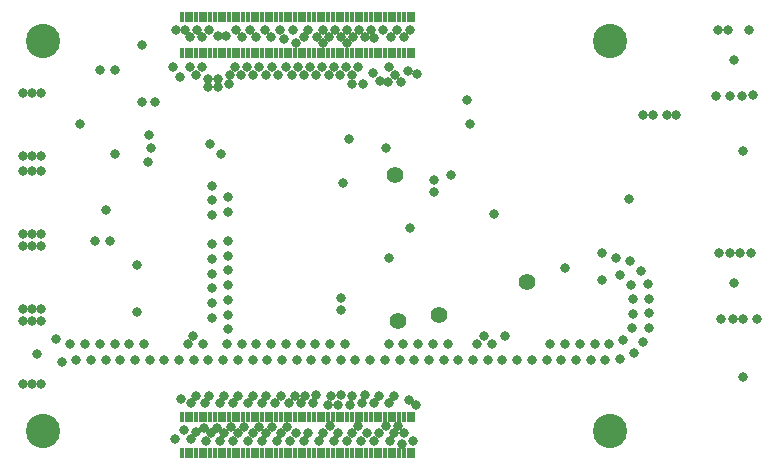
<source format=gbs>
%FSTAX23Y23*%
%MOIN*%
%SFA1B1*%

%IPPOS*%
%ADD44R,0.015870X0.035560*%
%ADD51C,0.114300*%
%ADD52C,0.032000*%
%ADD53C,0.056000*%
%LNtime4cm4_modular-1*%
%LPD*%
G54D44*
X00598Y00062D03*
Y00183D03*
X00614Y00062D03*
Y00183D03*
X00629Y00062D03*
Y00183D03*
X00645Y00062D03*
Y00183D03*
X00661Y00062D03*
Y00183D03*
X00677Y00062D03*
Y00183D03*
X00692Y00062D03*
Y00183D03*
X00708Y00062D03*
Y00183D03*
X00724Y00062D03*
Y00183D03*
X0074Y00062D03*
Y00183D03*
X00755Y00062D03*
Y00183D03*
X00771Y00062D03*
Y00183D03*
X00787Y00062D03*
Y00183D03*
X00803Y00062D03*
Y00183D03*
X00818Y00062D03*
Y00183D03*
X00834Y00062D03*
Y00183D03*
X0085Y00062D03*
Y00183D03*
X00866Y00062D03*
Y00183D03*
X00881Y00062D03*
Y00183D03*
X00897Y00062D03*
Y00183D03*
X00913Y00062D03*
Y00183D03*
X00929Y00062D03*
Y00183D03*
X00944Y00062D03*
Y00183D03*
X0096Y00062D03*
Y00183D03*
X00976Y00062D03*
Y00183D03*
X00992Y00062D03*
Y00183D03*
X01007Y00062D03*
Y00183D03*
X01023Y00062D03*
Y00183D03*
X01039Y00062D03*
Y00183D03*
X01055Y00062D03*
Y00183D03*
X0107Y00062D03*
Y00183D03*
X01086Y00062D03*
Y00183D03*
X01102Y00062D03*
Y00183D03*
X01118Y00062D03*
Y00183D03*
X01133Y00062D03*
Y00183D03*
X01149Y00062D03*
Y00183D03*
X01165Y00062D03*
Y00183D03*
X01181Y00062D03*
Y00183D03*
X01196Y00062D03*
Y00183D03*
X01212Y00062D03*
Y00183D03*
X01228Y00062D03*
Y00183D03*
X01244Y00062D03*
Y00183D03*
X01259Y00062D03*
Y00183D03*
X01275Y00062D03*
Y00183D03*
X01291Y00062D03*
Y00183D03*
X01307Y00062D03*
Y00183D03*
X01322Y00062D03*
Y00183D03*
X01338Y00062D03*
Y00183D03*
X01354Y00062D03*
Y00183D03*
X0137Y00062D03*
Y00183D03*
X00598Y01397D03*
Y01518D03*
X00614Y01397D03*
Y01518D03*
X00629Y01397D03*
Y01518D03*
X00645Y01397D03*
Y01518D03*
X00661Y01397D03*
Y01518D03*
X00677Y01397D03*
Y01518D03*
X00692Y01397D03*
Y01518D03*
X00708Y01397D03*
Y01518D03*
X00724Y01397D03*
Y01518D03*
X0074Y01397D03*
Y01518D03*
X00755Y01397D03*
Y01518D03*
X00771Y01397D03*
Y01518D03*
X00787Y01397D03*
Y01518D03*
X00803Y01397D03*
Y01518D03*
X00818Y01397D03*
Y01518D03*
X00834Y01397D03*
Y01518D03*
X0085Y01397D03*
Y01518D03*
X00866Y01397D03*
Y01518D03*
X00881Y01397D03*
Y01518D03*
X00897Y01397D03*
Y01518D03*
X00913Y01397D03*
Y01518D03*
X00929Y01397D03*
Y01518D03*
X00944Y01397D03*
Y01518D03*
X0096Y01397D03*
Y01518D03*
X00976Y01397D03*
Y01518D03*
X00992Y01397D03*
Y01518D03*
X01007Y01397D03*
Y01518D03*
X01023Y01397D03*
Y01518D03*
X01039Y01397D03*
Y01518D03*
X01055Y01397D03*
Y01518D03*
X0107Y01397D03*
Y01518D03*
X01086Y01397D03*
Y01518D03*
X01102Y01397D03*
Y01518D03*
X01118Y01397D03*
Y01518D03*
X01133Y01397D03*
Y01518D03*
X01149Y01397D03*
Y01518D03*
X01165Y01397D03*
Y01518D03*
X01181Y01397D03*
Y01518D03*
X01196Y01397D03*
Y01518D03*
X01212Y01397D03*
Y01518D03*
X01228Y01397D03*
Y01518D03*
X01244Y01397D03*
Y01518D03*
X01259Y01397D03*
Y01518D03*
X01275Y01397D03*
Y01518D03*
X01291Y01397D03*
Y01518D03*
X01307Y01397D03*
Y01518D03*
X01322Y01397D03*
Y01518D03*
X01338Y01397D03*
Y01518D03*
X01354Y01397D03*
Y01518D03*
X0137Y01397D03*
Y01518D03*
G54D51*
X02027Y01437D03*
X00137Y01437D03*
X02027Y00137D03*
X00137D03*
G54D52*
X00495Y01079D03*
X00698Y00955D03*
Y00906D03*
Y00857D03*
Y00759D03*
Y0071D03*
Y00661D03*
Y00612D03*
Y00563D03*
Y00514D03*
X00668Y00426D03*
X00619D03*
X00472D03*
X00423D03*
X00374D03*
X00325D03*
X00276D03*
X00227D03*
X0018Y00442D03*
X00116Y00393D03*
X00198Y00367D03*
X00246Y00373D03*
X00295D03*
X00344D03*
X00393D03*
X00442D03*
X00491D03*
X0054D03*
X00589D03*
X00638D03*
X00687D03*
X00736D03*
X00785D03*
X00834D03*
X00883D03*
X00932D03*
X00981D03*
X0103D03*
X01079D03*
X01128D03*
X01177D03*
X01226D03*
X01275D03*
X01324D03*
X01373D03*
X01422D03*
X01471D03*
X0152D03*
X01569D03*
X01618D03*
X01667D03*
X01716D03*
X01765D03*
X01814D03*
X01863D03*
X01912D03*
X01961D03*
X0201D03*
X02059Y00377D03*
X02104Y00398D03*
X02137Y00434D03*
X02154Y0048D03*
X02156Y00529D03*
Y00578D03*
X02152Y00626D03*
X0213Y0067D03*
X02092Y00702D03*
X02045Y00713D03*
X01877Y00681D03*
X02059Y00658D03*
X02095Y00625D03*
X02103Y00577D03*
Y00528D03*
X02099Y00479D03*
X0207Y00439D03*
X02023Y00426D03*
X01974D03*
X01925D03*
X01876D03*
X01827D03*
X01631D03*
X01582D03*
X01484D03*
X01435D03*
X01386D03*
X01337D03*
X01288D03*
X01141D03*
X01092D03*
X01043D03*
X00994D03*
X00945D03*
X00896D03*
X00847D03*
X00798D03*
X00749Y00427D03*
X00751Y00476D03*
Y00525D03*
Y00574D03*
Y00623D03*
Y00672D03*
Y00721D03*
Y0077D03*
Y00868D03*
Y00917D03*
X00729Y0106D03*
X00692Y01093D03*
X00718Y01311D03*
X00665Y0135D03*
X00645Y01325D03*
X0115Y0143D03*
X0117Y01451D03*
X01129Y0145D03*
X01049D03*
X0107Y0143D03*
X0109Y0145D03*
X0098Y0143D03*
X00898Y01351D03*
X00945Y0135D03*
X00985D03*
X00855D03*
X00815D03*
X01186D03*
X01381Y01326D03*
X0129Y0135D03*
X0155Y0124D03*
X0239Y0073D03*
X02425D03*
X02501Y01256D03*
X02495Y0073D03*
X01237Y01331D03*
X01201Y01293D03*
X01166Y01292D03*
X0123Y01475D03*
X0124Y01448D03*
X01333Y00095D03*
X01293Y00102D03*
X008Y0145D03*
X00845D03*
X00895D03*
X00593Y01318D03*
X0057Y0135D03*
X01258Y01304D03*
X01352Y01338D03*
X01329Y01301D03*
X01287D03*
X0131Y01325D03*
X0107Y01475D03*
X0132Y00154D03*
X01305Y0013D03*
X0128Y00153D03*
X01185Y00152D03*
X01091D03*
X00949Y00151D03*
X009Y0015D03*
X00855D03*
X0088Y0013D03*
X00807Y0015D03*
X00761Y00149D03*
X00717Y00148D03*
X00672Y00148D03*
X00606Y0014D03*
X00719Y01455D03*
X00746D03*
X00775Y0135D03*
X0076Y01325D03*
X00754Y01295D03*
X00684Y01311D03*
Y01284D03*
X00718D03*
X00795Y01325D03*
X0013Y01263D03*
X001D03*
X0007D03*
Y01053D03*
X001D03*
X0013D03*
Y01005D03*
X001D03*
X0007D03*
Y00795D03*
X001D03*
X0013D03*
Y00755D03*
X001D03*
X0007D03*
Y00545D03*
X001D03*
X0013D03*
X0007Y00295D03*
X001D03*
X0013D03*
X0007Y00505D03*
X001D03*
X0013D03*
X0209Y0091D03*
X02Y0064D03*
Y0073D03*
X01675Y00455D03*
X01605D03*
X0129Y00715D03*
X01495Y0099D03*
X0128Y0108D03*
X00375Y0134D03*
X0031Y0077D03*
X0045Y0069D03*
X00375Y0106D03*
X00485Y01035D03*
X0049Y01125D03*
X0045Y00535D03*
X00325Y0134D03*
X01155Y0111D03*
X0217Y0119D03*
X02135D03*
X02245D03*
X02215D03*
X01005Y01325D03*
X0092D03*
X00965D03*
X01135Y00965D03*
X00465Y01235D03*
Y01425D03*
X0094Y01445D03*
X00665Y01449D03*
X0065Y01474D03*
X0051Y01235D03*
X0088Y01325D03*
X00924Y01475D03*
X0097D03*
X0121Y0145D03*
X0036Y0077D03*
X00635Y00455D03*
X0164Y0086D03*
X0156Y0116D03*
X02468Y00318D03*
X02469Y01069D03*
X02385Y01475D03*
X0242D03*
X0249D03*
X0246Y0073D03*
X02515Y0051D03*
X0136Y00815D03*
X00345Y00875D03*
X0026Y0116D03*
X0134Y0013D03*
X01355Y0024D03*
X01378Y00223D03*
X0116Y00225D03*
X01036Y0023D03*
X01046Y01325D03*
X01165D03*
X0113Y0054D03*
Y0058D03*
X0144Y00935D03*
Y00975D03*
X01239Y00105D03*
X01195D03*
X012Y0023D03*
X0121Y00256D03*
X01044Y00258D03*
X0112Y00225D03*
X0113Y00256D03*
X01087Y00225D03*
X01095Y00255D03*
X00956Y0023D03*
X00996D03*
X0101Y00255D03*
X00835Y0013D03*
X00865Y00105D03*
X0082D03*
X00595Y00245D03*
X0137Y00105D03*
X01255Y0013D03*
X01215D03*
X01165D03*
X0115Y00105D03*
X0112Y0013D03*
X01105Y00105D03*
X0107Y0013D03*
X01055Y00105D03*
X0102Y0013D03*
X01005Y00105D03*
X0098Y0013D03*
X0096Y00105D03*
X0093Y0013D03*
X00915Y00105D03*
X00785Y0013D03*
X0077Y00105D03*
X00725D03*
X0074Y0013D03*
X00695D03*
X0068Y00105D03*
X00645Y00135D03*
X0063Y0011D03*
X00575D03*
X01305Y00255D03*
X0129Y0023D03*
X01255Y00255D03*
X0124Y0023D03*
X01165Y00255D03*
X00975D03*
X0093D03*
X0091Y0023D03*
X0088Y00255D03*
X00865Y0023D03*
X00835Y00255D03*
X0082Y0023D03*
X00785Y00255D03*
X0077Y0023D03*
X0074Y00255D03*
X00725Y0023D03*
X0069Y00255D03*
X00675Y0023D03*
X00645Y00255D03*
X0063Y0023D03*
X0244Y0063D03*
Y01375D03*
X0247Y0051D03*
X02435D03*
X02395D03*
X02465Y01255D03*
X02425D03*
X0238D03*
X01025Y0135D03*
X01146D03*
X01066D03*
X01106D03*
X01315Y01475D03*
X0127D03*
X0119D03*
X0111D03*
X00609D03*
X0069Y01475D03*
X0058Y01475D03*
X00625Y0145D03*
X0136Y01475D03*
X0134Y0145D03*
X01295D03*
X0115Y01475D03*
X0102D03*
X01005Y0145D03*
X00825Y01475D03*
X00875D03*
X0078D03*
X01125Y01325D03*
X0109D03*
X00835D03*
X00625Y0135D03*
G54D53*
X0131Y0099D03*
X01455Y00525D03*
X0175Y00635D03*
X0132Y00505D03*
M02*
</source>
